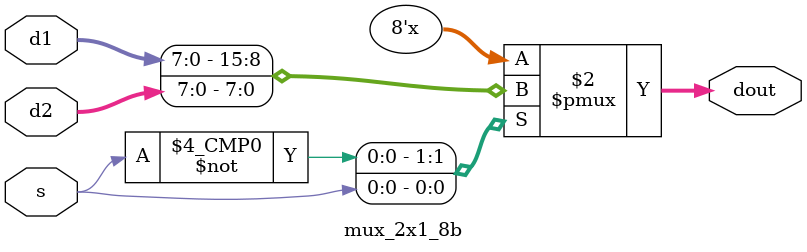
<source format=v>
module mux_2x1_8b(dout,d1,d2,s);
	output reg [7:0] dout;
	input [7:0] d1,d2;
	input s;
	always @(*)
		begin
			case (s)
				1'b0: dout<=d1;
				1'b1: dout<=d2;
				default: dout<=4'd0;
			endcase
		end
endmodule
</source>
